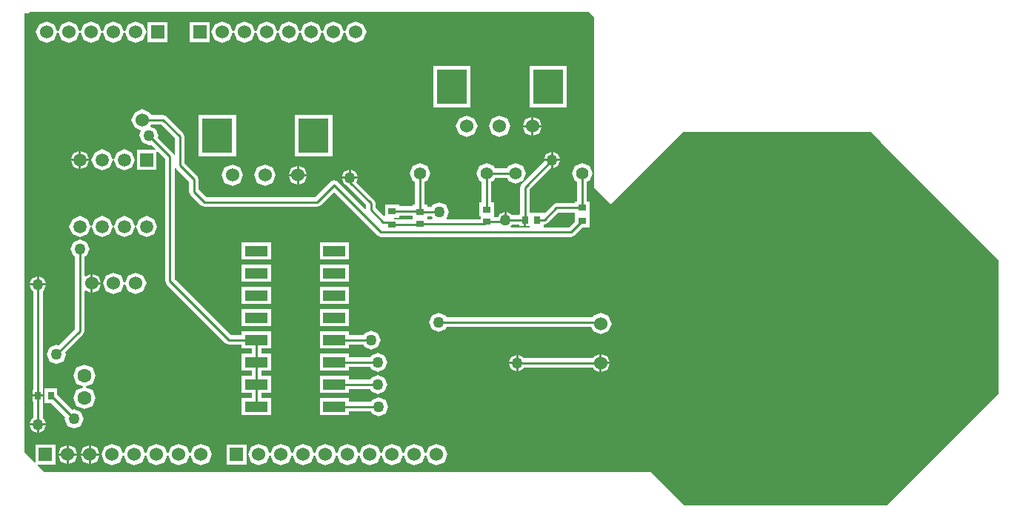
<source format=gtl>
G04 Layer_Physical_Order=1*
G04 Layer_Color=255*
%FSAX25Y25*%
%MOIN*%
G70*
G01*
G75*
%ADD10R,0.02756X0.03543*%
%ADD11R,0.03150X0.03543*%
%ADD12R,0.03543X0.03150*%
%ADD13R,0.03543X0.02756*%
%ADD14R,0.10236X0.04724*%
%ADD15C,0.01000*%
%ADD16C,0.06000*%
%ADD17C,0.06000*%
%ADD18C,0.05906*%
%ADD19C,0.06299*%
%ADD20R,0.06000X0.06000*%
%ADD21C,0.05512*%
%ADD22R,0.13780X0.15748*%
%ADD23R,0.05906X0.05906*%
%ADD24C,0.05000*%
G36*
X0480500Y0387500D02*
Y0312000D01*
Y0311000D01*
X0488000Y0303500D01*
X0520500Y0336000D01*
X0605000D01*
X0609500Y0331500D01*
X0662500Y0278500D01*
Y0271500D01*
Y0218500D01*
X0650000Y0206000D01*
X0612000Y0168000D01*
X0521000D01*
X0510000Y0179000D01*
X0506000Y0183000D01*
X0233000D01*
X0229962Y0186038D01*
X0230153Y0186500D01*
X0238000D01*
Y0195500D01*
X0229000D01*
Y0187653D01*
X0228538Y0187462D01*
X0225500Y0190500D01*
X0224000Y0192000D01*
Y0389347D01*
X0224462Y0389538D01*
X0224500Y0389500D01*
X0226000D01*
X0226500Y0390000D01*
X0478000D01*
X0480500Y0387500D01*
D02*
G37*
%LPC*%
G36*
X0410500Y0254830D02*
X0407439Y0253561D01*
X0406170Y0250500D01*
X0407439Y0247439D01*
X0410500Y0246170D01*
X0413561Y0247439D01*
X0413933Y0248335D01*
X0479108D01*
X0479910Y0246398D01*
X0483354Y0244972D01*
X0486798Y0246398D01*
X0488225Y0249843D01*
X0486798Y0253287D01*
X0483354Y0254713D01*
X0479910Y0253287D01*
X0479653Y0252665D01*
X0413933D01*
X0413561Y0253561D01*
X0410500Y0254830D01*
D02*
G37*
G36*
X0380000Y0246830D02*
X0376939Y0245562D01*
X0376567Y0244665D01*
X0370138D01*
Y0246362D01*
X0356902D01*
Y0238638D01*
X0370138D01*
Y0240335D01*
X0376567D01*
X0376939Y0239439D01*
X0380000Y0238170D01*
X0383062Y0239439D01*
X0384330Y0242500D01*
X0383062Y0245562D01*
X0380000Y0246830D01*
D02*
G37*
G36*
X0370138Y0256362D02*
X0356902D01*
Y0248638D01*
X0370138D01*
Y0256362D01*
D02*
G37*
G36*
X0335099D02*
X0321862D01*
Y0248638D01*
X0335099D01*
Y0256362D01*
D02*
G37*
G36*
X0383000Y0236830D02*
X0379939Y0235561D01*
X0379567Y0234665D01*
X0370138D01*
Y0236362D01*
X0356902D01*
Y0228638D01*
X0370138D01*
Y0230335D01*
X0379567D01*
X0379939Y0229438D01*
X0383000Y0228170D01*
X0386062Y0229438D01*
X0387330Y0232500D01*
X0386062Y0235561D01*
X0383000Y0236830D01*
D02*
G37*
G36*
X0445280Y0235707D02*
X0443101Y0234805D01*
X0442198Y0232626D01*
X0445280D01*
Y0235707D01*
D02*
G37*
G36*
Y0231626D02*
X0442198D01*
X0443101Y0229447D01*
X0445280Y0228545D01*
Y0231626D01*
D02*
G37*
G36*
X0482854Y0236248D02*
X0480293Y0235188D01*
X0479921Y0234291D01*
X0448671D01*
X0448458Y0234805D01*
X0446280Y0235707D01*
Y0232126D01*
Y0228545D01*
X0448458Y0229447D01*
X0448671Y0229961D01*
X0479921D01*
X0480293Y0229064D01*
X0482854Y0228004D01*
Y0232126D01*
Y0236248D01*
D02*
G37*
G36*
X0483854D02*
Y0232626D01*
X0487477D01*
X0486416Y0235188D01*
X0483854Y0236248D01*
D02*
G37*
G36*
X0335099Y0266362D02*
X0321862D01*
Y0258638D01*
X0335099D01*
Y0266362D01*
D02*
G37*
G36*
X0274000Y0272871D02*
X0270556Y0271444D01*
X0269349Y0268531D01*
X0268808D01*
X0267601Y0271444D01*
X0264157Y0272871D01*
X0260713Y0271444D01*
X0259287Y0268000D01*
X0260713Y0264556D01*
X0264157Y0263129D01*
X0267601Y0264556D01*
X0268808Y0267469D01*
X0269349D01*
X0270556Y0264556D01*
X0274000Y0263129D01*
X0277444Y0264556D01*
X0278871Y0268000D01*
X0277444Y0271444D01*
X0274000Y0272871D01*
D02*
G37*
G36*
X0254815Y0272123D02*
Y0268500D01*
X0258437D01*
X0257377Y0271061D01*
X0254815Y0272123D01*
D02*
G37*
G36*
X0370138Y0276362D02*
X0356902D01*
Y0268638D01*
X0370138D01*
Y0276362D01*
D02*
G37*
G36*
X0335099D02*
X0321862D01*
Y0268638D01*
X0335099D01*
Y0276362D01*
D02*
G37*
G36*
X0230547Y0271034D02*
Y0267953D01*
X0233629D01*
X0232726Y0270132D01*
X0230547Y0271034D01*
D02*
G37*
G36*
X0249000Y0287830D02*
X0245938Y0286561D01*
X0244670Y0283500D01*
X0245938Y0280438D01*
X0246835Y0280067D01*
Y0247397D01*
X0239397Y0239958D01*
X0238500Y0240330D01*
X0235438Y0239061D01*
X0234170Y0236000D01*
X0235438Y0232939D01*
X0238500Y0231670D01*
X0241562Y0232939D01*
X0242830Y0236000D01*
X0242458Y0236897D01*
X0250531Y0244969D01*
X0251165Y0246500D01*
Y0264434D01*
X0251665Y0264768D01*
X0253815Y0263878D01*
Y0268000D01*
Y0272123D01*
X0251665Y0271232D01*
X0251165Y0271566D01*
Y0280067D01*
X0252062Y0280438D01*
X0253330Y0283500D01*
X0252062Y0286561D01*
X0249000Y0287830D01*
D02*
G37*
G36*
X0370138Y0266362D02*
X0356902D01*
Y0258638D01*
X0370138D01*
Y0266362D01*
D02*
G37*
G36*
X0229547Y0271034D02*
X0227368Y0270132D01*
X0226466Y0267953D01*
X0229547D01*
Y0271034D01*
D02*
G37*
G36*
X0258437Y0267500D02*
X0254815D01*
Y0263878D01*
X0257377Y0264938D01*
X0258437Y0267500D01*
D02*
G37*
G36*
X0487477Y0231626D02*
X0483854D01*
Y0228004D01*
X0486416Y0229064D01*
X0487477Y0231626D01*
D02*
G37*
G36*
X0409500Y0195871D02*
X0406056Y0194444D01*
X0404771Y0191341D01*
X0404229D01*
X0402944Y0194444D01*
X0399500Y0195871D01*
X0396056Y0194444D01*
X0394771Y0191341D01*
X0394229D01*
X0392944Y0194444D01*
X0389500Y0195871D01*
X0386056Y0194444D01*
X0384771Y0191341D01*
X0384229D01*
X0382944Y0194444D01*
X0379500Y0195871D01*
X0376056Y0194444D01*
X0374771Y0191341D01*
X0374229D01*
X0372944Y0194444D01*
X0369500Y0195871D01*
X0366056Y0194444D01*
X0364771Y0191341D01*
X0364229D01*
X0362944Y0194444D01*
X0359500Y0195871D01*
X0356056Y0194444D01*
X0354771Y0191341D01*
X0354229D01*
X0352944Y0194444D01*
X0349500Y0195871D01*
X0346056Y0194444D01*
X0344771Y0191341D01*
X0344229D01*
X0342944Y0194444D01*
X0339500Y0195871D01*
X0336056Y0194444D01*
X0334771Y0191341D01*
X0334229D01*
X0332944Y0194444D01*
X0329500Y0195871D01*
X0326056Y0194444D01*
X0324629Y0191000D01*
X0326056Y0187556D01*
X0329500Y0186129D01*
X0332944Y0187556D01*
X0334229Y0190659D01*
X0334771D01*
X0336056Y0187556D01*
X0339500Y0186129D01*
X0342944Y0187556D01*
X0344229Y0190659D01*
X0344771D01*
X0346056Y0187556D01*
X0349500Y0186129D01*
X0352944Y0187556D01*
X0354229Y0190659D01*
X0354771D01*
X0356056Y0187556D01*
X0359500Y0186129D01*
X0362944Y0187556D01*
X0364229Y0190659D01*
X0364771D01*
X0366056Y0187556D01*
X0369500Y0186129D01*
X0372944Y0187556D01*
X0374229Y0190659D01*
X0374771D01*
X0376056Y0187556D01*
X0379500Y0186129D01*
X0382944Y0187556D01*
X0384229Y0190659D01*
X0384771D01*
X0386056Y0187556D01*
X0389500Y0186129D01*
X0392944Y0187556D01*
X0394229Y0190659D01*
X0394771D01*
X0396056Y0187556D01*
X0399500Y0186129D01*
X0402944Y0187556D01*
X0404229Y0190659D01*
X0404771D01*
X0406056Y0187556D01*
X0409500Y0186129D01*
X0412944Y0187556D01*
X0414371Y0191000D01*
X0412944Y0194444D01*
X0409500Y0195871D01*
D02*
G37*
G36*
X0303500D02*
X0300056Y0194444D01*
X0298771Y0191341D01*
X0298229D01*
X0296944Y0194444D01*
X0293500Y0195871D01*
X0290056Y0194444D01*
X0288771Y0191341D01*
X0288229D01*
X0286944Y0194444D01*
X0283500Y0195871D01*
X0280056Y0194444D01*
X0278771Y0191341D01*
X0278229D01*
X0276944Y0194444D01*
X0273500Y0195871D01*
X0270056Y0194444D01*
X0268771Y0191341D01*
X0268229D01*
X0266944Y0194444D01*
X0263500Y0195871D01*
X0260056Y0194444D01*
X0258629Y0191000D01*
X0260056Y0187556D01*
X0263500Y0186129D01*
X0266944Y0187556D01*
X0268229Y0190659D01*
X0268771D01*
X0270056Y0187556D01*
X0273500Y0186129D01*
X0276944Y0187556D01*
X0278229Y0190659D01*
X0278771D01*
X0280056Y0187556D01*
X0283500Y0186129D01*
X0286944Y0187556D01*
X0288229Y0190659D01*
X0288771D01*
X0290056Y0187556D01*
X0293500Y0186129D01*
X0296944Y0187556D01*
X0298229Y0190659D01*
X0298771D01*
X0300056Y0187556D01*
X0303500Y0186129D01*
X0306944Y0187556D01*
X0308371Y0191000D01*
X0306944Y0194444D01*
X0303500Y0195871D01*
D02*
G37*
G36*
X0244000Y0195123D02*
Y0191500D01*
X0247622D01*
X0246562Y0194062D01*
X0244000Y0195123D01*
D02*
G37*
G36*
X0243000D02*
X0240439Y0194062D01*
X0239377Y0191500D01*
X0243000D01*
Y0195123D01*
D02*
G37*
G36*
X0257623Y0190500D02*
X0254000D01*
Y0186878D01*
X0256561Y0187938D01*
X0257623Y0190500D01*
D02*
G37*
G36*
X0243000D02*
X0239377D01*
X0240439Y0187938D01*
X0243000Y0186878D01*
Y0190500D01*
D02*
G37*
G36*
X0324000Y0195500D02*
X0315000D01*
Y0186500D01*
X0324000D01*
Y0195500D01*
D02*
G37*
G36*
X0253000Y0190500D02*
X0249377D01*
X0250438Y0187938D01*
X0253000Y0186878D01*
Y0190500D01*
D02*
G37*
G36*
X0247622D02*
X0244000D01*
Y0186878D01*
X0246562Y0187938D01*
X0247622Y0190500D01*
D02*
G37*
G36*
X0253000Y0195123D02*
X0250438Y0194062D01*
X0249377Y0191500D01*
X0253000D01*
Y0195123D01*
D02*
G37*
G36*
X0383500Y0216830D02*
X0380438Y0215562D01*
X0380067Y0214665D01*
X0370138D01*
Y0216362D01*
X0356902D01*
Y0208638D01*
X0370138D01*
Y0210335D01*
X0380067D01*
X0380438Y0209438D01*
X0383500Y0208170D01*
X0386561Y0209438D01*
X0387830Y0212500D01*
X0386561Y0215562D01*
X0383500Y0216830D01*
D02*
G37*
G36*
X0251000Y0231533D02*
X0247441Y0230059D01*
X0245967Y0226500D01*
X0247441Y0222941D01*
X0250318Y0221750D01*
Y0221250D01*
X0247441Y0220059D01*
X0245967Y0216500D01*
X0247441Y0212941D01*
X0251000Y0211467D01*
X0254559Y0212941D01*
X0256033Y0216500D01*
X0254559Y0220059D01*
X0251682Y0221250D01*
Y0221750D01*
X0254559Y0222941D01*
X0256033Y0226500D01*
X0254559Y0230059D01*
X0251000Y0231533D01*
D02*
G37*
G36*
X0383000Y0226830D02*
X0379939Y0225561D01*
X0379567Y0224665D01*
X0370138D01*
Y0226362D01*
X0356902D01*
Y0218638D01*
X0370138D01*
Y0220335D01*
X0379567D01*
X0379939Y0219439D01*
X0383000Y0218170D01*
X0386062Y0219439D01*
X0387330Y0222500D01*
X0386062Y0225561D01*
X0383000Y0226830D01*
D02*
G37*
G36*
X0233629Y0266953D02*
X0226466D01*
X0227368Y0264774D01*
X0227882Y0264561D01*
Y0220272D01*
X0227669D01*
Y0218000D01*
X0232425D01*
Y0220272D01*
X0232212D01*
Y0264561D01*
X0232726Y0264774D01*
X0233629Y0266953D01*
D02*
G37*
G36*
X0232425Y0217000D02*
X0227669D01*
Y0214728D01*
X0227882D01*
Y0207345D01*
X0227368Y0207132D01*
X0226466Y0204953D01*
X0233629D01*
X0232726Y0207132D01*
X0232212Y0207345D01*
Y0214728D01*
X0232425D01*
Y0217000D01*
D02*
G37*
G36*
X0229547Y0203953D02*
X0226466D01*
X0227368Y0201774D01*
X0229547Y0200871D01*
Y0203953D01*
D02*
G37*
G36*
X0254000Y0195123D02*
Y0191500D01*
X0257623D01*
X0256561Y0194062D01*
X0254000Y0195123D01*
D02*
G37*
G36*
X0238831Y0220772D02*
X0233075D01*
Y0214228D01*
X0236163D01*
X0242495Y0207897D01*
X0242123Y0207000D01*
X0243391Y0203939D01*
X0246453Y0202670D01*
X0249514Y0203939D01*
X0250782Y0207000D01*
X0249514Y0210062D01*
X0246453Y0211330D01*
X0245556Y0210958D01*
X0238831Y0217684D01*
Y0220772D01*
D02*
G37*
G36*
X0233629Y0203953D02*
X0230547D01*
Y0200871D01*
X0232726Y0201774D01*
X0233629Y0203953D01*
D02*
G37*
G36*
X0362543Y0343732D02*
X0345764D01*
Y0324984D01*
X0362543D01*
Y0343732D01*
D02*
G37*
G36*
X0319236D02*
X0302457D01*
Y0324984D01*
X0319236D01*
Y0343732D01*
D02*
G37*
G36*
X0437803Y0343513D02*
X0434359Y0342086D01*
X0432932Y0338642D01*
X0434359Y0335198D01*
X0437803Y0333771D01*
X0441247Y0335198D01*
X0442674Y0338642D01*
X0441247Y0342086D01*
X0437803Y0343513D01*
D02*
G37*
G36*
X0423039D02*
X0419595Y0342086D01*
X0418169Y0338642D01*
X0419595Y0335198D01*
X0423039Y0333771D01*
X0426484Y0335198D01*
X0427910Y0338642D01*
X0426484Y0342086D01*
X0423039Y0343513D01*
D02*
G37*
G36*
X0462000Y0327081D02*
Y0324000D01*
X0465081D01*
X0464179Y0326179D01*
X0462000Y0327081D01*
D02*
G37*
G36*
X0248500Y0327571D02*
X0245975Y0326525D01*
X0244929Y0324000D01*
X0248500D01*
Y0327571D01*
D02*
G37*
G36*
X0269000Y0328320D02*
X0265592Y0326908D01*
X0264293Y0323773D01*
X0264271Y0323718D01*
X0263729D01*
X0263707Y0323773D01*
X0262408Y0326908D01*
X0259000Y0328320D01*
X0255592Y0326908D01*
X0254180Y0323500D01*
X0255592Y0320092D01*
X0259000Y0318680D01*
X0262408Y0320092D01*
X0263707Y0323227D01*
X0263729Y0323282D01*
X0264271D01*
X0264293Y0323227D01*
X0265592Y0320092D01*
X0269000Y0318680D01*
X0272408Y0320092D01*
X0273820Y0323500D01*
X0272408Y0326908D01*
X0269000Y0328320D01*
D02*
G37*
G36*
X0461000Y0327081D02*
X0458821Y0326179D01*
X0457919Y0324000D01*
X0461000D01*
Y0327081D01*
D02*
G37*
G36*
X0249500Y0327571D02*
Y0324000D01*
X0253071D01*
X0252025Y0326525D01*
X0249500Y0327571D01*
D02*
G37*
G36*
X0452067Y0338142D02*
X0448445D01*
X0449506Y0335580D01*
X0452067Y0334519D01*
Y0338142D01*
D02*
G37*
G36*
X0307500Y0385500D02*
X0298500D01*
Y0376500D01*
X0307500D01*
Y0385500D01*
D02*
G37*
G36*
X0288500D02*
X0279500D01*
Y0376500D01*
X0288500D01*
Y0385500D01*
D02*
G37*
G36*
X0373000Y0385871D02*
X0369556Y0384444D01*
X0368271Y0381341D01*
X0367729D01*
X0366444Y0384444D01*
X0363000Y0385871D01*
X0359556Y0384444D01*
X0358271Y0381341D01*
X0357729D01*
X0356444Y0384444D01*
X0353000Y0385871D01*
X0349556Y0384444D01*
X0348271Y0381341D01*
X0347729D01*
X0346444Y0384444D01*
X0343000Y0385871D01*
X0339556Y0384444D01*
X0338271Y0381341D01*
X0337729D01*
X0336444Y0384444D01*
X0333000Y0385871D01*
X0329556Y0384444D01*
X0328271Y0381341D01*
X0327729D01*
X0326444Y0384444D01*
X0323000Y0385871D01*
X0319556Y0384444D01*
X0318271Y0381341D01*
X0317729D01*
X0316444Y0384444D01*
X0313000Y0385871D01*
X0309556Y0384444D01*
X0308129Y0381000D01*
X0309556Y0377556D01*
X0313000Y0376129D01*
X0316444Y0377556D01*
X0317729Y0380659D01*
X0318271D01*
X0319556Y0377556D01*
X0323000Y0376129D01*
X0326444Y0377556D01*
X0327729Y0380659D01*
X0328271D01*
X0329556Y0377556D01*
X0333000Y0376129D01*
X0336444Y0377556D01*
X0337729Y0380659D01*
X0338271D01*
X0339556Y0377556D01*
X0343000Y0376129D01*
X0346444Y0377556D01*
X0347729Y0380659D01*
X0348271D01*
X0349556Y0377556D01*
X0353000Y0376129D01*
X0356444Y0377556D01*
X0357729Y0380659D01*
X0358271D01*
X0359556Y0377556D01*
X0363000Y0376129D01*
X0366444Y0377556D01*
X0367729Y0380659D01*
X0368271D01*
X0369556Y0377556D01*
X0373000Y0376129D01*
X0376444Y0377556D01*
X0377871Y0381000D01*
X0376444Y0384444D01*
X0373000Y0385871D01*
D02*
G37*
G36*
X0274000D02*
X0270556Y0384444D01*
X0269271Y0381341D01*
X0268729D01*
X0267444Y0384444D01*
X0264000Y0385871D01*
X0260556Y0384444D01*
X0259271Y0381341D01*
X0258729D01*
X0257444Y0384444D01*
X0254000Y0385871D01*
X0250556Y0384444D01*
X0249271Y0381341D01*
X0248729D01*
X0247444Y0384444D01*
X0244000Y0385871D01*
X0240556Y0384444D01*
X0239271Y0381341D01*
X0238729D01*
X0237444Y0384444D01*
X0234000Y0385871D01*
X0230556Y0384444D01*
X0229129Y0381000D01*
X0230556Y0377556D01*
X0234000Y0376129D01*
X0237444Y0377556D01*
X0238729Y0380659D01*
X0239271D01*
X0240556Y0377556D01*
X0244000Y0376129D01*
X0247444Y0377556D01*
X0248729Y0380659D01*
X0249271D01*
X0250556Y0377556D01*
X0254000Y0376129D01*
X0257444Y0377556D01*
X0258729Y0380659D01*
X0259271D01*
X0260556Y0377556D01*
X0264000Y0376129D01*
X0267444Y0377556D01*
X0268729Y0380659D01*
X0269271D01*
X0270556Y0377556D01*
X0274000Y0376129D01*
X0277444Y0377556D01*
X0278871Y0381000D01*
X0277444Y0384444D01*
X0274000Y0385871D01*
D02*
G37*
G36*
X0468043Y0365732D02*
X0451264D01*
Y0346984D01*
X0468043D01*
Y0365732D01*
D02*
G37*
G36*
X0452067Y0342764D02*
X0449506Y0341703D01*
X0448445Y0339142D01*
X0452067D01*
Y0342764D01*
D02*
G37*
G36*
X0456690Y0338142D02*
X0453067D01*
Y0334519D01*
X0455628Y0335580D01*
X0456690Y0338142D01*
D02*
G37*
G36*
X0424736Y0365732D02*
X0407957D01*
Y0346984D01*
X0424736D01*
Y0365732D01*
D02*
G37*
G36*
X0453067Y0342764D02*
Y0339142D01*
X0456690D01*
X0455628Y0341703D01*
X0453067Y0342764D01*
D02*
G37*
G36*
X0332303Y0321513D02*
X0328859Y0320086D01*
X0327432Y0316642D01*
X0328859Y0313198D01*
X0332303Y0311771D01*
X0335747Y0313198D01*
X0337174Y0316642D01*
X0335747Y0320086D01*
X0332303Y0321513D01*
D02*
G37*
G36*
X0317539D02*
X0314095Y0320086D01*
X0312669Y0316642D01*
X0314095Y0313198D01*
X0317539Y0311771D01*
X0320984Y0313198D01*
X0322410Y0316642D01*
X0320984Y0320086D01*
X0317539Y0321513D01*
D02*
G37*
G36*
X0351189Y0316142D02*
X0347567D01*
Y0312519D01*
X0350129Y0313580D01*
X0351189Y0316142D01*
D02*
G37*
G36*
X0346567D02*
X0342945D01*
X0344005Y0313580D01*
X0346567Y0312519D01*
Y0316142D01*
D02*
G37*
G36*
X0370138Y0286362D02*
X0356902D01*
Y0278638D01*
X0370138D01*
Y0286362D01*
D02*
G37*
G36*
X0335099D02*
X0321862D01*
Y0278638D01*
X0335099D01*
Y0286362D01*
D02*
G37*
G36*
X0279000Y0298320D02*
X0275592Y0296908D01*
X0274293Y0293773D01*
X0274271Y0293718D01*
X0273729D01*
X0273707Y0293773D01*
X0272408Y0296908D01*
X0269000Y0298320D01*
X0265592Y0296908D01*
X0264293Y0293773D01*
X0264271Y0293718D01*
X0263729D01*
X0263707Y0293773D01*
X0262408Y0296908D01*
X0259000Y0298320D01*
X0255592Y0296908D01*
X0254293Y0293773D01*
X0254271Y0293718D01*
X0253729D01*
X0253707Y0293773D01*
X0252408Y0296908D01*
X0249000Y0298320D01*
X0245592Y0296908D01*
X0244180Y0293500D01*
X0245592Y0290092D01*
X0249000Y0288680D01*
X0252408Y0290092D01*
X0253707Y0293227D01*
X0253729Y0293282D01*
X0254271D01*
X0254293Y0293227D01*
X0255592Y0290092D01*
X0259000Y0288680D01*
X0262408Y0290092D01*
X0263707Y0293227D01*
X0263729Y0293282D01*
X0264271D01*
X0264293Y0293227D01*
X0265592Y0290092D01*
X0269000Y0288680D01*
X0272408Y0290092D01*
X0273707Y0293227D01*
X0273729Y0293282D01*
X0274271D01*
X0274293Y0293227D01*
X0275592Y0290092D01*
X0279000Y0288680D01*
X0282408Y0290092D01*
X0283820Y0293500D01*
X0282408Y0296908D01*
X0279000Y0298320D01*
D02*
G37*
G36*
X0277000Y0346371D02*
X0273556Y0344944D01*
X0272129Y0341500D01*
X0273556Y0338056D01*
X0276291Y0336923D01*
X0276483Y0336461D01*
X0275670Y0334500D01*
X0276939Y0331438D01*
X0280000Y0330170D01*
X0280897Y0330542D01*
X0282986Y0328453D01*
X0282779Y0327953D01*
X0274547D01*
Y0319047D01*
X0283453D01*
Y0327279D01*
X0283953Y0327486D01*
X0287335Y0324103D01*
Y0269000D01*
X0287969Y0267469D01*
X0314469Y0240969D01*
X0316000Y0240335D01*
X0321862D01*
Y0238638D01*
X0326316D01*
Y0236362D01*
X0321862D01*
Y0228638D01*
X0326316D01*
Y0226362D01*
X0321862D01*
Y0218638D01*
X0326316D01*
Y0216362D01*
X0321862D01*
Y0208638D01*
X0335099D01*
Y0216362D01*
X0330645D01*
Y0218638D01*
X0335099D01*
Y0226362D01*
X0330645D01*
Y0228638D01*
X0335099D01*
Y0236362D01*
X0330645D01*
Y0238638D01*
X0335099D01*
Y0246362D01*
X0321862D01*
Y0244665D01*
X0316897D01*
X0291665Y0269897D01*
Y0320105D01*
X0292165Y0320204D01*
X0292469Y0319469D01*
X0298057Y0313881D01*
Y0309278D01*
X0298691Y0307747D01*
X0303469Y0302969D01*
X0305000Y0302335D01*
X0355716D01*
X0357247Y0302969D01*
X0363358Y0309080D01*
X0382922Y0289516D01*
X0384453Y0288882D01*
X0470000D01*
X0471531Y0289516D01*
X0475183Y0293169D01*
X0478272D01*
Y0298925D01*
X0478272D01*
Y0299075D01*
X0478272D01*
Y0304831D01*
X0477165D01*
Y0313790D01*
X0478257Y0314243D01*
X0479606Y0317500D01*
X0478257Y0320757D01*
X0475000Y0322107D01*
X0471743Y0320757D01*
X0470394Y0317500D01*
X0471743Y0314243D01*
X0472835Y0313790D01*
Y0304831D01*
X0471728D01*
Y0304118D01*
X0463453D01*
X0461922Y0303484D01*
X0458317Y0299879D01*
X0457831Y0299772D01*
Y0299772D01*
X0457831Y0299772D01*
X0451681D01*
X0451409Y0300159D01*
Y0310348D01*
X0460986Y0319924D01*
X0461000Y0319919D01*
Y0323000D01*
X0457919D01*
X0457925Y0322986D01*
X0447714Y0312775D01*
X0447079Y0311244D01*
Y0299272D01*
X0446669D01*
Y0298665D01*
X0443344D01*
X0443132Y0299179D01*
X0440953Y0300081D01*
Y0296500D01*
X0439953D01*
Y0300081D01*
X0437774Y0299179D01*
X0437248Y0297909D01*
X0435659D01*
X0435272Y0298181D01*
Y0304331D01*
X0434165D01*
Y0313790D01*
X0435257Y0314243D01*
X0435710Y0315335D01*
X0441290D01*
X0441743Y0314243D01*
X0445000Y0312893D01*
X0448257Y0314243D01*
X0449607Y0317500D01*
X0448257Y0320757D01*
X0445000Y0322107D01*
X0441743Y0320757D01*
X0441290Y0319665D01*
X0435710D01*
X0435257Y0320757D01*
X0432000Y0322107D01*
X0428743Y0320757D01*
X0427393Y0317500D01*
X0428743Y0314243D01*
X0429835Y0313790D01*
Y0304331D01*
X0428728D01*
Y0298181D01*
X0429228D01*
Y0296909D01*
X0414173D01*
X0413894Y0297409D01*
X0415074Y0300256D01*
X0413805Y0303317D01*
X0410744Y0304586D01*
X0407683Y0303317D01*
X0407311Y0302421D01*
X0405272D01*
Y0303331D01*
X0404165D01*
Y0313790D01*
X0405257Y0314243D01*
X0406607Y0317500D01*
X0405257Y0320757D01*
X0402000Y0322107D01*
X0398743Y0320757D01*
X0397393Y0317500D01*
X0398743Y0314243D01*
X0399835Y0313790D01*
Y0303331D01*
X0398728D01*
Y0302618D01*
X0392772D01*
Y0303331D01*
X0386228D01*
Y0298486D01*
X0385766Y0298295D01*
X0382165Y0301897D01*
Y0304047D01*
X0381531Y0305578D01*
X0373503Y0313605D01*
X0374081Y0315000D01*
X0366919D01*
X0367821Y0312821D01*
X0368805Y0312414D01*
X0368969Y0312017D01*
X0377835Y0303151D01*
Y0301433D01*
X0377335Y0301226D01*
X0364889Y0313672D01*
X0363358Y0314307D01*
X0361827Y0313672D01*
X0354820Y0306665D01*
X0305897D01*
X0302387Y0310174D01*
Y0314778D01*
X0301753Y0316309D01*
X0296165Y0321897D01*
Y0334000D01*
X0295531Y0335531D01*
X0288031Y0343031D01*
X0286500Y0343665D01*
X0280974D01*
X0280444Y0344944D01*
X0277000Y0346371D01*
D02*
G37*
G36*
X0253071Y0323000D02*
X0249500D01*
Y0319429D01*
X0252025Y0320475D01*
X0253071Y0323000D01*
D02*
G37*
G36*
X0248500D02*
X0244929D01*
X0245975Y0320475D01*
X0248500Y0319429D01*
Y0323000D01*
D02*
G37*
G36*
X0347567Y0320764D02*
Y0317142D01*
X0351189D01*
X0350129Y0319703D01*
X0347567Y0320764D01*
D02*
G37*
G36*
X0346567D02*
X0344005Y0319703D01*
X0342945Y0317142D01*
X0346567D01*
Y0320764D01*
D02*
G37*
G36*
X0465081Y0323000D02*
X0462000D01*
Y0319919D01*
X0464179Y0320821D01*
X0465081Y0323000D01*
D02*
G37*
G36*
X0370000Y0319081D02*
X0367821Y0318179D01*
X0366919Y0316000D01*
X0370000D01*
Y0319081D01*
D02*
G37*
G36*
X0371000D02*
Y0316000D01*
X0374081D01*
X0373179Y0318179D01*
X0371000Y0319081D01*
D02*
G37*
%LPD*%
G36*
X0471728Y0299075D02*
X0471728D01*
Y0298925D01*
X0471728D01*
Y0295837D01*
X0469103Y0293212D01*
X0458324D01*
X0457831Y0293228D01*
Y0294335D01*
X0458000D01*
X0459531Y0294969D01*
X0464350Y0299788D01*
X0471728D01*
Y0299075D01*
D02*
G37*
G36*
X0407594Y0297409D02*
X0407315Y0296909D01*
X0405659D01*
X0405272Y0297181D01*
Y0298091D01*
X0407311D01*
X0407594Y0297409D01*
D02*
G37*
G36*
X0291835Y0333103D02*
Y0325895D01*
X0291335Y0325796D01*
X0291031Y0326531D01*
X0283958Y0333603D01*
X0284330Y0334500D01*
X0283062Y0337561D01*
X0280653Y0338559D01*
X0280974Y0339335D01*
X0285603D01*
X0291835Y0333103D01*
D02*
G37*
G36*
X0449744Y0293728D02*
X0451328D01*
X0451339Y0293717D01*
X0451218Y0293311D01*
X0451137Y0293212D01*
X0442942D01*
X0442845Y0293702D01*
X0443132Y0293821D01*
X0443344Y0294335D01*
X0446669D01*
Y0293728D01*
X0448744D01*
Y0296500D01*
X0449744D01*
Y0293728D01*
D02*
G37*
G36*
X0398728Y0297181D02*
X0398728Y0297181D01*
X0398728D01*
X0398654Y0296712D01*
X0392272D01*
Y0296925D01*
X0390397D01*
X0390258Y0297075D01*
X0390475Y0297575D01*
X0392772D01*
Y0298288D01*
X0398728D01*
Y0297181D01*
D02*
G37*
D10*
X0235953Y0217500D02*
D03*
X0230047D02*
D03*
D11*
X0454756Y0296500D02*
D03*
X0449244D02*
D03*
D12*
X0432000Y0301256D02*
D03*
Y0295744D02*
D03*
X0402000Y0300256D02*
D03*
Y0294744D02*
D03*
D13*
X0389500Y0300453D02*
D03*
Y0294547D02*
D03*
X0475000Y0296047D02*
D03*
Y0301953D02*
D03*
D14*
X0363520Y0212500D02*
D03*
Y0222500D02*
D03*
Y0232500D02*
D03*
Y0242500D02*
D03*
Y0252500D02*
D03*
Y0262500D02*
D03*
Y0272500D02*
D03*
Y0282500D02*
D03*
X0328480D02*
D03*
Y0272500D02*
D03*
Y0262500D02*
D03*
Y0252500D02*
D03*
Y0242500D02*
D03*
Y0232500D02*
D03*
Y0222500D02*
D03*
Y0212500D02*
D03*
D15*
X0355716Y0304500D02*
X0363358Y0312142D01*
X0305000Y0304500D02*
X0355716D01*
X0300222Y0309278D02*
X0305000Y0304500D01*
X0300222Y0309278D02*
Y0314778D01*
X0286500Y0341500D02*
X0294000Y0334000D01*
Y0321000D02*
Y0334000D01*
Y0321000D02*
X0300222Y0314778D01*
X0316000Y0242500D02*
X0328480D01*
X0289500Y0269000D02*
X0316000Y0242500D01*
X0380000Y0301000D02*
X0385500Y0295500D01*
X0380000Y0301000D02*
Y0304047D01*
X0385500Y0295500D02*
X0388547D01*
X0370500Y0313547D02*
X0380000Y0304047D01*
X0388547Y0295500D02*
X0389500Y0294547D01*
X0277000Y0341500D02*
X0286500D01*
X0238500Y0236000D02*
X0249000Y0246500D01*
Y0283500D01*
X0432000Y0295744D02*
X0440453D01*
X0445780Y0232126D02*
X0483354D01*
X0440453Y0296500D02*
X0449244D01*
X0482697Y0250500D02*
X0483354Y0249843D01*
X0410500Y0250500D02*
X0482697D01*
X0402000Y0300256D02*
X0410744D01*
X0363520Y0242500D02*
X0380000D01*
X0363358Y0312142D02*
X0384453Y0291047D01*
X0470000D01*
X0475000Y0296047D01*
X0370500Y0313547D02*
Y0315500D01*
X0463453Y0301953D02*
X0475000D01*
X0458000Y0296500D02*
X0463453Y0301953D01*
X0454756Y0296500D02*
X0458000D01*
X0475000Y0301953D02*
Y0317500D01*
X0449244Y0311244D02*
X0461500Y0323500D01*
X0449244Y0296500D02*
Y0311244D01*
X0444000Y0317500D02*
X0444500Y0317000D01*
X0432000Y0317500D02*
X0444000D01*
X0401803Y0300453D02*
X0402000Y0300256D01*
X0389500Y0300453D02*
X0401803D01*
X0402000Y0300256D02*
Y0317500D01*
X0432000Y0301256D02*
Y0317500D01*
X0431000Y0294744D02*
X0432000Y0295744D01*
X0402000Y0294744D02*
X0431000D01*
X0401803Y0294547D02*
X0402000Y0294744D01*
X0389500Y0294547D02*
X0401803D01*
X0289500Y0269000D02*
Y0325000D01*
X0280000Y0334500D02*
X0289500Y0325000D01*
X0363520Y0232500D02*
X0383000D01*
X0363520Y0222500D02*
X0383000D01*
X0363520Y0212500D02*
X0383500D01*
X0328480Y0232500D02*
Y0242500D01*
Y0222500D02*
Y0232500D01*
Y0212500D02*
Y0222500D01*
X0230047Y0217500D02*
Y0267453D01*
X0235953Y0217500D02*
X0246453Y0207000D01*
X0230047Y0204453D02*
Y0217500D01*
X0253000Y0191000D02*
X0253500D01*
D16*
X0483354Y0249843D02*
D03*
Y0232126D02*
D03*
X0329500Y0191000D02*
D03*
X0339500D02*
D03*
X0349500D02*
D03*
X0359500D02*
D03*
X0369500D02*
D03*
X0379500D02*
D03*
X0389500D02*
D03*
X0399500D02*
D03*
X0409500D02*
D03*
X0263500D02*
D03*
X0273500D02*
D03*
X0283500D02*
D03*
X0293500D02*
D03*
X0303500D02*
D03*
X0243500D02*
D03*
X0253500D02*
D03*
X0423039Y0338642D02*
D03*
X0452567D02*
D03*
X0437803D02*
D03*
X0274000Y0381000D02*
D03*
X0264000D02*
D03*
X0254000D02*
D03*
X0244000D02*
D03*
X0234000D02*
D03*
X0333000D02*
D03*
X0343000D02*
D03*
X0353000D02*
D03*
X0363000D02*
D03*
X0373000D02*
D03*
X0313000D02*
D03*
X0323000D02*
D03*
X0254315Y0268000D02*
D03*
X0264157D02*
D03*
X0274000D02*
D03*
X0317539Y0316642D02*
D03*
X0347067D02*
D03*
X0332303D02*
D03*
D17*
X0277000Y0341500D02*
D03*
D18*
X0249000Y0293500D02*
D03*
X0259000D02*
D03*
X0269000D02*
D03*
X0279000D02*
D03*
X0249000Y0323500D02*
D03*
X0259000D02*
D03*
X0269000D02*
D03*
D19*
X0251000Y0226500D02*
D03*
Y0216500D02*
D03*
D20*
X0319500Y0191000D02*
D03*
X0233500D02*
D03*
X0284000Y0381000D02*
D03*
X0303000D02*
D03*
D21*
X0475000Y0317500D02*
D03*
X0445000D02*
D03*
X0432000D02*
D03*
X0402000D02*
D03*
D22*
X0459654Y0356358D02*
D03*
X0416346D02*
D03*
X0354154Y0334358D02*
D03*
X0310846D02*
D03*
D23*
X0279000Y0323500D02*
D03*
D24*
X0238500Y0236000D02*
D03*
X0249000Y0283500D02*
D03*
X0445780Y0232126D02*
D03*
X0440453Y0296500D02*
D03*
X0410500Y0250500D02*
D03*
X0410744Y0300256D02*
D03*
X0380000Y0242500D02*
D03*
X0370500Y0315500D02*
D03*
X0461500Y0323500D02*
D03*
X0280000Y0334500D02*
D03*
X0383000Y0232500D02*
D03*
Y0222500D02*
D03*
X0383500Y0212500D02*
D03*
X0230047Y0267453D02*
D03*
X0246453Y0207000D02*
D03*
X0230047Y0204453D02*
D03*
X0253000Y0191000D02*
D03*
M02*

</source>
